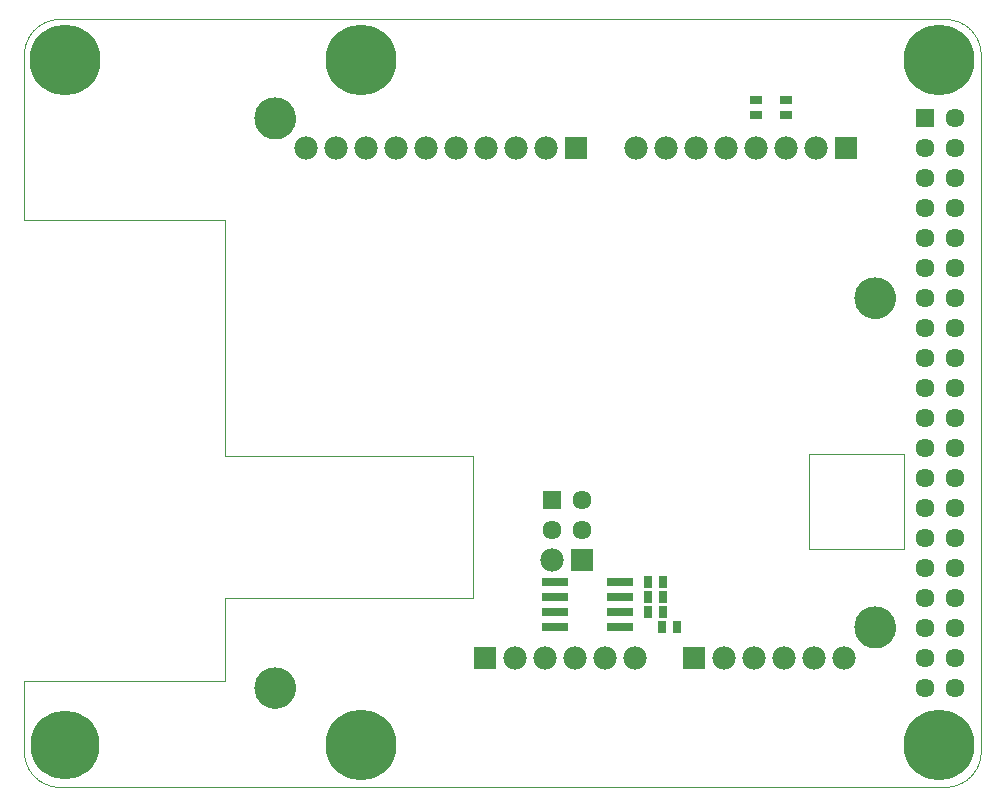
<source format=gbs>
G75*
%MOIN*%
%OFA0B0*%
%FSLAX25Y25*%
%IPPOS*%
%LPD*%
%AMOC8*
5,1,8,0,0,1.08239X$1,22.5*
%
%ADD10C,0.00000*%
%ADD11C,0.13786*%
%ADD12C,0.11030*%
%ADD13C,0.23622*%
%ADD14C,0.22956*%
%ADD15R,0.06337X0.06337*%
%ADD16C,0.06337*%
%ADD17R,0.07800X0.07800*%
%ADD18C,0.07800*%
%ADD19R,0.03900X0.02900*%
%ADD20R,0.09061X0.03156*%
%ADD21R,0.02900X0.03900*%
D10*
X0095551Y0157756D02*
X0390827Y0157756D01*
X0391112Y0157759D01*
X0391398Y0157770D01*
X0391683Y0157787D01*
X0391967Y0157811D01*
X0392251Y0157842D01*
X0392534Y0157880D01*
X0392815Y0157925D01*
X0393096Y0157976D01*
X0393376Y0158034D01*
X0393654Y0158099D01*
X0393930Y0158171D01*
X0394204Y0158249D01*
X0394477Y0158334D01*
X0394747Y0158426D01*
X0395015Y0158524D01*
X0395281Y0158628D01*
X0395544Y0158739D01*
X0395804Y0158856D01*
X0396062Y0158979D01*
X0396316Y0159109D01*
X0396567Y0159245D01*
X0396815Y0159386D01*
X0397059Y0159534D01*
X0397300Y0159687D01*
X0397536Y0159847D01*
X0397769Y0160012D01*
X0397998Y0160182D01*
X0398223Y0160358D01*
X0398443Y0160540D01*
X0398659Y0160726D01*
X0398870Y0160918D01*
X0399077Y0161115D01*
X0399279Y0161317D01*
X0399476Y0161524D01*
X0399668Y0161735D01*
X0399854Y0161951D01*
X0400036Y0162171D01*
X0400212Y0162396D01*
X0400382Y0162625D01*
X0400547Y0162858D01*
X0400707Y0163094D01*
X0400860Y0163335D01*
X0401008Y0163579D01*
X0401149Y0163827D01*
X0401285Y0164078D01*
X0401415Y0164332D01*
X0401538Y0164590D01*
X0401655Y0164850D01*
X0401766Y0165113D01*
X0401870Y0165379D01*
X0401968Y0165647D01*
X0402060Y0165917D01*
X0402145Y0166190D01*
X0402223Y0166464D01*
X0402295Y0166740D01*
X0402360Y0167018D01*
X0402418Y0167298D01*
X0402469Y0167579D01*
X0402514Y0167860D01*
X0402552Y0168143D01*
X0402583Y0168427D01*
X0402607Y0168711D01*
X0402624Y0168996D01*
X0402635Y0169282D01*
X0402638Y0169567D01*
X0402638Y0401850D01*
X0402635Y0402135D01*
X0402624Y0402421D01*
X0402607Y0402706D01*
X0402583Y0402990D01*
X0402552Y0403274D01*
X0402514Y0403557D01*
X0402469Y0403838D01*
X0402418Y0404119D01*
X0402360Y0404399D01*
X0402295Y0404677D01*
X0402223Y0404953D01*
X0402145Y0405227D01*
X0402060Y0405500D01*
X0401968Y0405770D01*
X0401870Y0406038D01*
X0401766Y0406304D01*
X0401655Y0406567D01*
X0401538Y0406827D01*
X0401415Y0407085D01*
X0401285Y0407339D01*
X0401149Y0407590D01*
X0401008Y0407838D01*
X0400860Y0408082D01*
X0400707Y0408323D01*
X0400547Y0408559D01*
X0400382Y0408792D01*
X0400212Y0409021D01*
X0400036Y0409246D01*
X0399854Y0409466D01*
X0399668Y0409682D01*
X0399476Y0409893D01*
X0399279Y0410100D01*
X0399077Y0410302D01*
X0398870Y0410499D01*
X0398659Y0410691D01*
X0398443Y0410877D01*
X0398223Y0411059D01*
X0397998Y0411235D01*
X0397769Y0411405D01*
X0397536Y0411570D01*
X0397300Y0411730D01*
X0397059Y0411883D01*
X0396815Y0412031D01*
X0396567Y0412172D01*
X0396316Y0412308D01*
X0396062Y0412438D01*
X0395804Y0412561D01*
X0395544Y0412678D01*
X0395281Y0412789D01*
X0395015Y0412893D01*
X0394747Y0412991D01*
X0394477Y0413083D01*
X0394204Y0413168D01*
X0393930Y0413246D01*
X0393654Y0413318D01*
X0393376Y0413383D01*
X0393096Y0413441D01*
X0392815Y0413492D01*
X0392534Y0413537D01*
X0392251Y0413575D01*
X0391967Y0413606D01*
X0391683Y0413630D01*
X0391398Y0413647D01*
X0391112Y0413658D01*
X0390827Y0413661D01*
X0095551Y0413661D01*
X0095266Y0413658D01*
X0094980Y0413647D01*
X0094695Y0413630D01*
X0094411Y0413606D01*
X0094127Y0413575D01*
X0093844Y0413537D01*
X0093563Y0413492D01*
X0093282Y0413441D01*
X0093002Y0413383D01*
X0092724Y0413318D01*
X0092448Y0413246D01*
X0092174Y0413168D01*
X0091901Y0413083D01*
X0091631Y0412991D01*
X0091363Y0412893D01*
X0091097Y0412789D01*
X0090834Y0412678D01*
X0090574Y0412561D01*
X0090316Y0412438D01*
X0090062Y0412308D01*
X0089811Y0412172D01*
X0089563Y0412031D01*
X0089319Y0411883D01*
X0089078Y0411730D01*
X0088842Y0411570D01*
X0088609Y0411405D01*
X0088380Y0411235D01*
X0088155Y0411059D01*
X0087935Y0410877D01*
X0087719Y0410691D01*
X0087508Y0410499D01*
X0087301Y0410302D01*
X0087099Y0410100D01*
X0086902Y0409893D01*
X0086710Y0409682D01*
X0086524Y0409466D01*
X0086342Y0409246D01*
X0086166Y0409021D01*
X0085996Y0408792D01*
X0085831Y0408559D01*
X0085671Y0408323D01*
X0085518Y0408082D01*
X0085370Y0407838D01*
X0085229Y0407590D01*
X0085093Y0407339D01*
X0084963Y0407085D01*
X0084840Y0406827D01*
X0084723Y0406567D01*
X0084612Y0406304D01*
X0084508Y0406038D01*
X0084410Y0405770D01*
X0084318Y0405500D01*
X0084233Y0405227D01*
X0084155Y0404953D01*
X0084083Y0404677D01*
X0084018Y0404399D01*
X0083960Y0404119D01*
X0083909Y0403838D01*
X0083864Y0403557D01*
X0083826Y0403274D01*
X0083795Y0402990D01*
X0083771Y0402706D01*
X0083754Y0402421D01*
X0083743Y0402135D01*
X0083740Y0401850D01*
X0083740Y0346732D01*
X0150669Y0346732D01*
X0150669Y0267992D01*
X0233346Y0267992D01*
X0233346Y0220748D01*
X0150669Y0220748D01*
X0150669Y0193189D01*
X0083740Y0193189D01*
X0083740Y0169567D01*
X0083743Y0169282D01*
X0083754Y0168996D01*
X0083771Y0168711D01*
X0083795Y0168427D01*
X0083826Y0168143D01*
X0083864Y0167860D01*
X0083909Y0167579D01*
X0083960Y0167298D01*
X0084018Y0167018D01*
X0084083Y0166740D01*
X0084155Y0166464D01*
X0084233Y0166190D01*
X0084318Y0165917D01*
X0084410Y0165647D01*
X0084508Y0165379D01*
X0084612Y0165113D01*
X0084723Y0164850D01*
X0084840Y0164590D01*
X0084963Y0164332D01*
X0085093Y0164078D01*
X0085229Y0163827D01*
X0085370Y0163579D01*
X0085518Y0163335D01*
X0085671Y0163094D01*
X0085831Y0162858D01*
X0085996Y0162625D01*
X0086166Y0162396D01*
X0086342Y0162171D01*
X0086524Y0161951D01*
X0086710Y0161735D01*
X0086902Y0161524D01*
X0087099Y0161317D01*
X0087301Y0161115D01*
X0087508Y0160918D01*
X0087719Y0160726D01*
X0087935Y0160540D01*
X0088155Y0160358D01*
X0088380Y0160182D01*
X0088609Y0160012D01*
X0088842Y0159847D01*
X0089078Y0159687D01*
X0089319Y0159534D01*
X0089563Y0159386D01*
X0089811Y0159245D01*
X0090062Y0159109D01*
X0090316Y0158979D01*
X0090574Y0158856D01*
X0090834Y0158739D01*
X0091097Y0158628D01*
X0091363Y0158524D01*
X0091631Y0158426D01*
X0091901Y0158334D01*
X0092174Y0158249D01*
X0092448Y0158171D01*
X0092724Y0158099D01*
X0093002Y0158034D01*
X0093282Y0157976D01*
X0093563Y0157925D01*
X0093844Y0157880D01*
X0094127Y0157842D01*
X0094411Y0157811D01*
X0094695Y0157787D01*
X0094980Y0157770D01*
X0095266Y0157759D01*
X0095551Y0157756D01*
X0092205Y0171535D02*
X0092207Y0171680D01*
X0092213Y0171825D01*
X0092223Y0171970D01*
X0092237Y0172115D01*
X0092255Y0172259D01*
X0092276Y0172402D01*
X0092302Y0172545D01*
X0092331Y0172687D01*
X0092365Y0172829D01*
X0092402Y0172969D01*
X0092443Y0173108D01*
X0092488Y0173246D01*
X0092537Y0173383D01*
X0092589Y0173519D01*
X0092645Y0173653D01*
X0092705Y0173785D01*
X0092768Y0173916D01*
X0092835Y0174044D01*
X0092905Y0174172D01*
X0092979Y0174297D01*
X0093056Y0174420D01*
X0093136Y0174540D01*
X0093220Y0174659D01*
X0093307Y0174775D01*
X0093397Y0174889D01*
X0093490Y0175001D01*
X0093586Y0175109D01*
X0093686Y0175215D01*
X0093787Y0175319D01*
X0093892Y0175419D01*
X0094000Y0175517D01*
X0094110Y0175612D01*
X0094222Y0175703D01*
X0094337Y0175792D01*
X0094455Y0175877D01*
X0094575Y0175959D01*
X0094697Y0176038D01*
X0094821Y0176114D01*
X0094947Y0176186D01*
X0095075Y0176254D01*
X0095205Y0176319D01*
X0095336Y0176381D01*
X0095469Y0176438D01*
X0095604Y0176493D01*
X0095740Y0176543D01*
X0095878Y0176590D01*
X0096016Y0176633D01*
X0096156Y0176672D01*
X0096297Y0176707D01*
X0096439Y0176739D01*
X0096581Y0176766D01*
X0096724Y0176790D01*
X0096868Y0176810D01*
X0097013Y0176826D01*
X0097157Y0176838D01*
X0097302Y0176846D01*
X0097447Y0176850D01*
X0097593Y0176850D01*
X0097738Y0176846D01*
X0097883Y0176838D01*
X0098027Y0176826D01*
X0098172Y0176810D01*
X0098316Y0176790D01*
X0098459Y0176766D01*
X0098601Y0176739D01*
X0098743Y0176707D01*
X0098884Y0176672D01*
X0099024Y0176633D01*
X0099162Y0176590D01*
X0099300Y0176543D01*
X0099436Y0176493D01*
X0099571Y0176438D01*
X0099704Y0176381D01*
X0099835Y0176319D01*
X0099965Y0176254D01*
X0100093Y0176186D01*
X0100219Y0176114D01*
X0100343Y0176038D01*
X0100465Y0175959D01*
X0100585Y0175877D01*
X0100703Y0175792D01*
X0100818Y0175703D01*
X0100930Y0175612D01*
X0101040Y0175517D01*
X0101148Y0175419D01*
X0101253Y0175319D01*
X0101354Y0175215D01*
X0101454Y0175109D01*
X0101550Y0175001D01*
X0101643Y0174889D01*
X0101733Y0174775D01*
X0101820Y0174659D01*
X0101904Y0174540D01*
X0101984Y0174420D01*
X0102061Y0174297D01*
X0102135Y0174172D01*
X0102205Y0174044D01*
X0102272Y0173916D01*
X0102335Y0173785D01*
X0102395Y0173653D01*
X0102451Y0173519D01*
X0102503Y0173383D01*
X0102552Y0173246D01*
X0102597Y0173108D01*
X0102638Y0172969D01*
X0102675Y0172829D01*
X0102709Y0172687D01*
X0102738Y0172545D01*
X0102764Y0172402D01*
X0102785Y0172259D01*
X0102803Y0172115D01*
X0102817Y0171970D01*
X0102827Y0171825D01*
X0102833Y0171680D01*
X0102835Y0171535D01*
X0102833Y0171390D01*
X0102827Y0171245D01*
X0102817Y0171100D01*
X0102803Y0170955D01*
X0102785Y0170811D01*
X0102764Y0170668D01*
X0102738Y0170525D01*
X0102709Y0170383D01*
X0102675Y0170241D01*
X0102638Y0170101D01*
X0102597Y0169962D01*
X0102552Y0169824D01*
X0102503Y0169687D01*
X0102451Y0169551D01*
X0102395Y0169417D01*
X0102335Y0169285D01*
X0102272Y0169154D01*
X0102205Y0169026D01*
X0102135Y0168898D01*
X0102061Y0168773D01*
X0101984Y0168650D01*
X0101904Y0168530D01*
X0101820Y0168411D01*
X0101733Y0168295D01*
X0101643Y0168181D01*
X0101550Y0168069D01*
X0101454Y0167961D01*
X0101354Y0167855D01*
X0101253Y0167751D01*
X0101148Y0167651D01*
X0101040Y0167553D01*
X0100930Y0167458D01*
X0100818Y0167367D01*
X0100703Y0167278D01*
X0100585Y0167193D01*
X0100465Y0167111D01*
X0100343Y0167032D01*
X0100219Y0166956D01*
X0100093Y0166884D01*
X0099965Y0166816D01*
X0099835Y0166751D01*
X0099704Y0166689D01*
X0099571Y0166632D01*
X0099436Y0166577D01*
X0099300Y0166527D01*
X0099162Y0166480D01*
X0099024Y0166437D01*
X0098884Y0166398D01*
X0098743Y0166363D01*
X0098601Y0166331D01*
X0098459Y0166304D01*
X0098316Y0166280D01*
X0098172Y0166260D01*
X0098027Y0166244D01*
X0097883Y0166232D01*
X0097738Y0166224D01*
X0097593Y0166220D01*
X0097447Y0166220D01*
X0097302Y0166224D01*
X0097157Y0166232D01*
X0097013Y0166244D01*
X0096868Y0166260D01*
X0096724Y0166280D01*
X0096581Y0166304D01*
X0096439Y0166331D01*
X0096297Y0166363D01*
X0096156Y0166398D01*
X0096016Y0166437D01*
X0095878Y0166480D01*
X0095740Y0166527D01*
X0095604Y0166577D01*
X0095469Y0166632D01*
X0095336Y0166689D01*
X0095205Y0166751D01*
X0095075Y0166816D01*
X0094947Y0166884D01*
X0094821Y0166956D01*
X0094697Y0167032D01*
X0094575Y0167111D01*
X0094455Y0167193D01*
X0094337Y0167278D01*
X0094222Y0167367D01*
X0094110Y0167458D01*
X0094000Y0167553D01*
X0093892Y0167651D01*
X0093787Y0167751D01*
X0093686Y0167855D01*
X0093586Y0167961D01*
X0093490Y0168069D01*
X0093397Y0168181D01*
X0093307Y0168295D01*
X0093220Y0168411D01*
X0093136Y0168530D01*
X0093056Y0168650D01*
X0092979Y0168773D01*
X0092905Y0168898D01*
X0092835Y0169026D01*
X0092768Y0169154D01*
X0092705Y0169285D01*
X0092645Y0169417D01*
X0092589Y0169551D01*
X0092537Y0169687D01*
X0092488Y0169824D01*
X0092443Y0169962D01*
X0092402Y0170101D01*
X0092365Y0170241D01*
X0092331Y0170383D01*
X0092302Y0170525D01*
X0092276Y0170668D01*
X0092255Y0170811D01*
X0092237Y0170955D01*
X0092223Y0171100D01*
X0092213Y0171245D01*
X0092207Y0171390D01*
X0092205Y0171535D01*
X0160669Y0190827D02*
X0160671Y0190991D01*
X0160677Y0191155D01*
X0160687Y0191319D01*
X0160701Y0191483D01*
X0160719Y0191646D01*
X0160741Y0191809D01*
X0160768Y0191971D01*
X0160798Y0192133D01*
X0160832Y0192293D01*
X0160870Y0192453D01*
X0160911Y0192612D01*
X0160957Y0192770D01*
X0161007Y0192926D01*
X0161060Y0193082D01*
X0161117Y0193236D01*
X0161178Y0193388D01*
X0161243Y0193539D01*
X0161312Y0193689D01*
X0161384Y0193836D01*
X0161459Y0193982D01*
X0161539Y0194126D01*
X0161621Y0194268D01*
X0161707Y0194408D01*
X0161797Y0194545D01*
X0161890Y0194681D01*
X0161986Y0194814D01*
X0162086Y0194945D01*
X0162188Y0195073D01*
X0162294Y0195199D01*
X0162403Y0195322D01*
X0162515Y0195442D01*
X0162629Y0195560D01*
X0162747Y0195674D01*
X0162867Y0195786D01*
X0162990Y0195895D01*
X0163116Y0196001D01*
X0163244Y0196103D01*
X0163375Y0196203D01*
X0163508Y0196299D01*
X0163644Y0196392D01*
X0163781Y0196482D01*
X0163921Y0196568D01*
X0164063Y0196650D01*
X0164207Y0196730D01*
X0164353Y0196805D01*
X0164500Y0196877D01*
X0164650Y0196946D01*
X0164801Y0197011D01*
X0164953Y0197072D01*
X0165107Y0197129D01*
X0165263Y0197182D01*
X0165419Y0197232D01*
X0165577Y0197278D01*
X0165736Y0197319D01*
X0165896Y0197357D01*
X0166056Y0197391D01*
X0166218Y0197421D01*
X0166380Y0197448D01*
X0166543Y0197470D01*
X0166706Y0197488D01*
X0166870Y0197502D01*
X0167034Y0197512D01*
X0167198Y0197518D01*
X0167362Y0197520D01*
X0167526Y0197518D01*
X0167690Y0197512D01*
X0167854Y0197502D01*
X0168018Y0197488D01*
X0168181Y0197470D01*
X0168344Y0197448D01*
X0168506Y0197421D01*
X0168668Y0197391D01*
X0168828Y0197357D01*
X0168988Y0197319D01*
X0169147Y0197278D01*
X0169305Y0197232D01*
X0169461Y0197182D01*
X0169617Y0197129D01*
X0169771Y0197072D01*
X0169923Y0197011D01*
X0170074Y0196946D01*
X0170224Y0196877D01*
X0170371Y0196805D01*
X0170517Y0196730D01*
X0170661Y0196650D01*
X0170803Y0196568D01*
X0170943Y0196482D01*
X0171080Y0196392D01*
X0171216Y0196299D01*
X0171349Y0196203D01*
X0171480Y0196103D01*
X0171608Y0196001D01*
X0171734Y0195895D01*
X0171857Y0195786D01*
X0171977Y0195674D01*
X0172095Y0195560D01*
X0172209Y0195442D01*
X0172321Y0195322D01*
X0172430Y0195199D01*
X0172536Y0195073D01*
X0172638Y0194945D01*
X0172738Y0194814D01*
X0172834Y0194681D01*
X0172927Y0194545D01*
X0173017Y0194408D01*
X0173103Y0194268D01*
X0173185Y0194126D01*
X0173265Y0193982D01*
X0173340Y0193836D01*
X0173412Y0193689D01*
X0173481Y0193539D01*
X0173546Y0193388D01*
X0173607Y0193236D01*
X0173664Y0193082D01*
X0173717Y0192926D01*
X0173767Y0192770D01*
X0173813Y0192612D01*
X0173854Y0192453D01*
X0173892Y0192293D01*
X0173926Y0192133D01*
X0173956Y0191971D01*
X0173983Y0191809D01*
X0174005Y0191646D01*
X0174023Y0191483D01*
X0174037Y0191319D01*
X0174047Y0191155D01*
X0174053Y0190991D01*
X0174055Y0190827D01*
X0174053Y0190663D01*
X0174047Y0190499D01*
X0174037Y0190335D01*
X0174023Y0190171D01*
X0174005Y0190008D01*
X0173983Y0189845D01*
X0173956Y0189683D01*
X0173926Y0189521D01*
X0173892Y0189361D01*
X0173854Y0189201D01*
X0173813Y0189042D01*
X0173767Y0188884D01*
X0173717Y0188728D01*
X0173664Y0188572D01*
X0173607Y0188418D01*
X0173546Y0188266D01*
X0173481Y0188115D01*
X0173412Y0187965D01*
X0173340Y0187818D01*
X0173265Y0187672D01*
X0173185Y0187528D01*
X0173103Y0187386D01*
X0173017Y0187246D01*
X0172927Y0187109D01*
X0172834Y0186973D01*
X0172738Y0186840D01*
X0172638Y0186709D01*
X0172536Y0186581D01*
X0172430Y0186455D01*
X0172321Y0186332D01*
X0172209Y0186212D01*
X0172095Y0186094D01*
X0171977Y0185980D01*
X0171857Y0185868D01*
X0171734Y0185759D01*
X0171608Y0185653D01*
X0171480Y0185551D01*
X0171349Y0185451D01*
X0171216Y0185355D01*
X0171080Y0185262D01*
X0170943Y0185172D01*
X0170803Y0185086D01*
X0170661Y0185004D01*
X0170517Y0184924D01*
X0170371Y0184849D01*
X0170224Y0184777D01*
X0170074Y0184708D01*
X0169923Y0184643D01*
X0169771Y0184582D01*
X0169617Y0184525D01*
X0169461Y0184472D01*
X0169305Y0184422D01*
X0169147Y0184376D01*
X0168988Y0184335D01*
X0168828Y0184297D01*
X0168668Y0184263D01*
X0168506Y0184233D01*
X0168344Y0184206D01*
X0168181Y0184184D01*
X0168018Y0184166D01*
X0167854Y0184152D01*
X0167690Y0184142D01*
X0167526Y0184136D01*
X0167362Y0184134D01*
X0167198Y0184136D01*
X0167034Y0184142D01*
X0166870Y0184152D01*
X0166706Y0184166D01*
X0166543Y0184184D01*
X0166380Y0184206D01*
X0166218Y0184233D01*
X0166056Y0184263D01*
X0165896Y0184297D01*
X0165736Y0184335D01*
X0165577Y0184376D01*
X0165419Y0184422D01*
X0165263Y0184472D01*
X0165107Y0184525D01*
X0164953Y0184582D01*
X0164801Y0184643D01*
X0164650Y0184708D01*
X0164500Y0184777D01*
X0164353Y0184849D01*
X0164207Y0184924D01*
X0164063Y0185004D01*
X0163921Y0185086D01*
X0163781Y0185172D01*
X0163644Y0185262D01*
X0163508Y0185355D01*
X0163375Y0185451D01*
X0163244Y0185551D01*
X0163116Y0185653D01*
X0162990Y0185759D01*
X0162867Y0185868D01*
X0162747Y0185980D01*
X0162629Y0186094D01*
X0162515Y0186212D01*
X0162403Y0186332D01*
X0162294Y0186455D01*
X0162188Y0186581D01*
X0162086Y0186709D01*
X0161986Y0186840D01*
X0161890Y0186973D01*
X0161797Y0187109D01*
X0161707Y0187246D01*
X0161621Y0187386D01*
X0161539Y0187528D01*
X0161459Y0187672D01*
X0161384Y0187818D01*
X0161312Y0187965D01*
X0161243Y0188115D01*
X0161178Y0188266D01*
X0161117Y0188418D01*
X0161060Y0188572D01*
X0161007Y0188728D01*
X0160957Y0188884D01*
X0160911Y0189042D01*
X0160870Y0189201D01*
X0160832Y0189361D01*
X0160798Y0189521D01*
X0160768Y0189683D01*
X0160741Y0189845D01*
X0160719Y0190008D01*
X0160701Y0190171D01*
X0160687Y0190335D01*
X0160677Y0190499D01*
X0160671Y0190663D01*
X0160669Y0190827D01*
X0190630Y0171535D02*
X0190632Y0171680D01*
X0190638Y0171825D01*
X0190648Y0171970D01*
X0190662Y0172115D01*
X0190680Y0172259D01*
X0190701Y0172402D01*
X0190727Y0172545D01*
X0190756Y0172687D01*
X0190790Y0172829D01*
X0190827Y0172969D01*
X0190868Y0173108D01*
X0190913Y0173246D01*
X0190962Y0173383D01*
X0191014Y0173519D01*
X0191070Y0173653D01*
X0191130Y0173785D01*
X0191193Y0173916D01*
X0191260Y0174044D01*
X0191330Y0174172D01*
X0191404Y0174297D01*
X0191481Y0174420D01*
X0191561Y0174540D01*
X0191645Y0174659D01*
X0191732Y0174775D01*
X0191822Y0174889D01*
X0191915Y0175001D01*
X0192011Y0175109D01*
X0192111Y0175215D01*
X0192212Y0175319D01*
X0192317Y0175419D01*
X0192425Y0175517D01*
X0192535Y0175612D01*
X0192647Y0175703D01*
X0192762Y0175792D01*
X0192880Y0175877D01*
X0193000Y0175959D01*
X0193122Y0176038D01*
X0193246Y0176114D01*
X0193372Y0176186D01*
X0193500Y0176254D01*
X0193630Y0176319D01*
X0193761Y0176381D01*
X0193894Y0176438D01*
X0194029Y0176493D01*
X0194165Y0176543D01*
X0194303Y0176590D01*
X0194441Y0176633D01*
X0194581Y0176672D01*
X0194722Y0176707D01*
X0194864Y0176739D01*
X0195006Y0176766D01*
X0195149Y0176790D01*
X0195293Y0176810D01*
X0195438Y0176826D01*
X0195582Y0176838D01*
X0195727Y0176846D01*
X0195872Y0176850D01*
X0196018Y0176850D01*
X0196163Y0176846D01*
X0196308Y0176838D01*
X0196452Y0176826D01*
X0196597Y0176810D01*
X0196741Y0176790D01*
X0196884Y0176766D01*
X0197026Y0176739D01*
X0197168Y0176707D01*
X0197309Y0176672D01*
X0197449Y0176633D01*
X0197587Y0176590D01*
X0197725Y0176543D01*
X0197861Y0176493D01*
X0197996Y0176438D01*
X0198129Y0176381D01*
X0198260Y0176319D01*
X0198390Y0176254D01*
X0198518Y0176186D01*
X0198644Y0176114D01*
X0198768Y0176038D01*
X0198890Y0175959D01*
X0199010Y0175877D01*
X0199128Y0175792D01*
X0199243Y0175703D01*
X0199355Y0175612D01*
X0199465Y0175517D01*
X0199573Y0175419D01*
X0199678Y0175319D01*
X0199779Y0175215D01*
X0199879Y0175109D01*
X0199975Y0175001D01*
X0200068Y0174889D01*
X0200158Y0174775D01*
X0200245Y0174659D01*
X0200329Y0174540D01*
X0200409Y0174420D01*
X0200486Y0174297D01*
X0200560Y0174172D01*
X0200630Y0174044D01*
X0200697Y0173916D01*
X0200760Y0173785D01*
X0200820Y0173653D01*
X0200876Y0173519D01*
X0200928Y0173383D01*
X0200977Y0173246D01*
X0201022Y0173108D01*
X0201063Y0172969D01*
X0201100Y0172829D01*
X0201134Y0172687D01*
X0201163Y0172545D01*
X0201189Y0172402D01*
X0201210Y0172259D01*
X0201228Y0172115D01*
X0201242Y0171970D01*
X0201252Y0171825D01*
X0201258Y0171680D01*
X0201260Y0171535D01*
X0201258Y0171390D01*
X0201252Y0171245D01*
X0201242Y0171100D01*
X0201228Y0170955D01*
X0201210Y0170811D01*
X0201189Y0170668D01*
X0201163Y0170525D01*
X0201134Y0170383D01*
X0201100Y0170241D01*
X0201063Y0170101D01*
X0201022Y0169962D01*
X0200977Y0169824D01*
X0200928Y0169687D01*
X0200876Y0169551D01*
X0200820Y0169417D01*
X0200760Y0169285D01*
X0200697Y0169154D01*
X0200630Y0169026D01*
X0200560Y0168898D01*
X0200486Y0168773D01*
X0200409Y0168650D01*
X0200329Y0168530D01*
X0200245Y0168411D01*
X0200158Y0168295D01*
X0200068Y0168181D01*
X0199975Y0168069D01*
X0199879Y0167961D01*
X0199779Y0167855D01*
X0199678Y0167751D01*
X0199573Y0167651D01*
X0199465Y0167553D01*
X0199355Y0167458D01*
X0199243Y0167367D01*
X0199128Y0167278D01*
X0199010Y0167193D01*
X0198890Y0167111D01*
X0198768Y0167032D01*
X0198644Y0166956D01*
X0198518Y0166884D01*
X0198390Y0166816D01*
X0198260Y0166751D01*
X0198129Y0166689D01*
X0197996Y0166632D01*
X0197861Y0166577D01*
X0197725Y0166527D01*
X0197587Y0166480D01*
X0197449Y0166437D01*
X0197309Y0166398D01*
X0197168Y0166363D01*
X0197026Y0166331D01*
X0196884Y0166304D01*
X0196741Y0166280D01*
X0196597Y0166260D01*
X0196452Y0166244D01*
X0196308Y0166232D01*
X0196163Y0166224D01*
X0196018Y0166220D01*
X0195872Y0166220D01*
X0195727Y0166224D01*
X0195582Y0166232D01*
X0195438Y0166244D01*
X0195293Y0166260D01*
X0195149Y0166280D01*
X0195006Y0166304D01*
X0194864Y0166331D01*
X0194722Y0166363D01*
X0194581Y0166398D01*
X0194441Y0166437D01*
X0194303Y0166480D01*
X0194165Y0166527D01*
X0194029Y0166577D01*
X0193894Y0166632D01*
X0193761Y0166689D01*
X0193630Y0166751D01*
X0193500Y0166816D01*
X0193372Y0166884D01*
X0193246Y0166956D01*
X0193122Y0167032D01*
X0193000Y0167111D01*
X0192880Y0167193D01*
X0192762Y0167278D01*
X0192647Y0167367D01*
X0192535Y0167458D01*
X0192425Y0167553D01*
X0192317Y0167651D01*
X0192212Y0167751D01*
X0192111Y0167855D01*
X0192011Y0167961D01*
X0191915Y0168069D01*
X0191822Y0168181D01*
X0191732Y0168295D01*
X0191645Y0168411D01*
X0191561Y0168530D01*
X0191481Y0168650D01*
X0191404Y0168773D01*
X0191330Y0168898D01*
X0191260Y0169026D01*
X0191193Y0169154D01*
X0191130Y0169285D01*
X0191070Y0169417D01*
X0191014Y0169551D01*
X0190962Y0169687D01*
X0190913Y0169824D01*
X0190868Y0169962D01*
X0190827Y0170101D01*
X0190790Y0170241D01*
X0190756Y0170383D01*
X0190727Y0170525D01*
X0190701Y0170668D01*
X0190680Y0170811D01*
X0190662Y0170955D01*
X0190648Y0171100D01*
X0190638Y0171245D01*
X0190632Y0171390D01*
X0190630Y0171535D01*
X0345551Y0237087D02*
X0345551Y0268583D01*
X0377047Y0268583D01*
X0377047Y0237087D01*
X0345551Y0237087D01*
X0360669Y0210906D02*
X0360671Y0211070D01*
X0360677Y0211234D01*
X0360687Y0211398D01*
X0360701Y0211562D01*
X0360719Y0211725D01*
X0360741Y0211888D01*
X0360768Y0212050D01*
X0360798Y0212212D01*
X0360832Y0212372D01*
X0360870Y0212532D01*
X0360911Y0212691D01*
X0360957Y0212849D01*
X0361007Y0213005D01*
X0361060Y0213161D01*
X0361117Y0213315D01*
X0361178Y0213467D01*
X0361243Y0213618D01*
X0361312Y0213768D01*
X0361384Y0213915D01*
X0361459Y0214061D01*
X0361539Y0214205D01*
X0361621Y0214347D01*
X0361707Y0214487D01*
X0361797Y0214624D01*
X0361890Y0214760D01*
X0361986Y0214893D01*
X0362086Y0215024D01*
X0362188Y0215152D01*
X0362294Y0215278D01*
X0362403Y0215401D01*
X0362515Y0215521D01*
X0362629Y0215639D01*
X0362747Y0215753D01*
X0362867Y0215865D01*
X0362990Y0215974D01*
X0363116Y0216080D01*
X0363244Y0216182D01*
X0363375Y0216282D01*
X0363508Y0216378D01*
X0363644Y0216471D01*
X0363781Y0216561D01*
X0363921Y0216647D01*
X0364063Y0216729D01*
X0364207Y0216809D01*
X0364353Y0216884D01*
X0364500Y0216956D01*
X0364650Y0217025D01*
X0364801Y0217090D01*
X0364953Y0217151D01*
X0365107Y0217208D01*
X0365263Y0217261D01*
X0365419Y0217311D01*
X0365577Y0217357D01*
X0365736Y0217398D01*
X0365896Y0217436D01*
X0366056Y0217470D01*
X0366218Y0217500D01*
X0366380Y0217527D01*
X0366543Y0217549D01*
X0366706Y0217567D01*
X0366870Y0217581D01*
X0367034Y0217591D01*
X0367198Y0217597D01*
X0367362Y0217599D01*
X0367526Y0217597D01*
X0367690Y0217591D01*
X0367854Y0217581D01*
X0368018Y0217567D01*
X0368181Y0217549D01*
X0368344Y0217527D01*
X0368506Y0217500D01*
X0368668Y0217470D01*
X0368828Y0217436D01*
X0368988Y0217398D01*
X0369147Y0217357D01*
X0369305Y0217311D01*
X0369461Y0217261D01*
X0369617Y0217208D01*
X0369771Y0217151D01*
X0369923Y0217090D01*
X0370074Y0217025D01*
X0370224Y0216956D01*
X0370371Y0216884D01*
X0370517Y0216809D01*
X0370661Y0216729D01*
X0370803Y0216647D01*
X0370943Y0216561D01*
X0371080Y0216471D01*
X0371216Y0216378D01*
X0371349Y0216282D01*
X0371480Y0216182D01*
X0371608Y0216080D01*
X0371734Y0215974D01*
X0371857Y0215865D01*
X0371977Y0215753D01*
X0372095Y0215639D01*
X0372209Y0215521D01*
X0372321Y0215401D01*
X0372430Y0215278D01*
X0372536Y0215152D01*
X0372638Y0215024D01*
X0372738Y0214893D01*
X0372834Y0214760D01*
X0372927Y0214624D01*
X0373017Y0214487D01*
X0373103Y0214347D01*
X0373185Y0214205D01*
X0373265Y0214061D01*
X0373340Y0213915D01*
X0373412Y0213768D01*
X0373481Y0213618D01*
X0373546Y0213467D01*
X0373607Y0213315D01*
X0373664Y0213161D01*
X0373717Y0213005D01*
X0373767Y0212849D01*
X0373813Y0212691D01*
X0373854Y0212532D01*
X0373892Y0212372D01*
X0373926Y0212212D01*
X0373956Y0212050D01*
X0373983Y0211888D01*
X0374005Y0211725D01*
X0374023Y0211562D01*
X0374037Y0211398D01*
X0374047Y0211234D01*
X0374053Y0211070D01*
X0374055Y0210906D01*
X0374053Y0210742D01*
X0374047Y0210578D01*
X0374037Y0210414D01*
X0374023Y0210250D01*
X0374005Y0210087D01*
X0373983Y0209924D01*
X0373956Y0209762D01*
X0373926Y0209600D01*
X0373892Y0209440D01*
X0373854Y0209280D01*
X0373813Y0209121D01*
X0373767Y0208963D01*
X0373717Y0208807D01*
X0373664Y0208651D01*
X0373607Y0208497D01*
X0373546Y0208345D01*
X0373481Y0208194D01*
X0373412Y0208044D01*
X0373340Y0207897D01*
X0373265Y0207751D01*
X0373185Y0207607D01*
X0373103Y0207465D01*
X0373017Y0207325D01*
X0372927Y0207188D01*
X0372834Y0207052D01*
X0372738Y0206919D01*
X0372638Y0206788D01*
X0372536Y0206660D01*
X0372430Y0206534D01*
X0372321Y0206411D01*
X0372209Y0206291D01*
X0372095Y0206173D01*
X0371977Y0206059D01*
X0371857Y0205947D01*
X0371734Y0205838D01*
X0371608Y0205732D01*
X0371480Y0205630D01*
X0371349Y0205530D01*
X0371216Y0205434D01*
X0371080Y0205341D01*
X0370943Y0205251D01*
X0370803Y0205165D01*
X0370661Y0205083D01*
X0370517Y0205003D01*
X0370371Y0204928D01*
X0370224Y0204856D01*
X0370074Y0204787D01*
X0369923Y0204722D01*
X0369771Y0204661D01*
X0369617Y0204604D01*
X0369461Y0204551D01*
X0369305Y0204501D01*
X0369147Y0204455D01*
X0368988Y0204414D01*
X0368828Y0204376D01*
X0368668Y0204342D01*
X0368506Y0204312D01*
X0368344Y0204285D01*
X0368181Y0204263D01*
X0368018Y0204245D01*
X0367854Y0204231D01*
X0367690Y0204221D01*
X0367526Y0204215D01*
X0367362Y0204213D01*
X0367198Y0204215D01*
X0367034Y0204221D01*
X0366870Y0204231D01*
X0366706Y0204245D01*
X0366543Y0204263D01*
X0366380Y0204285D01*
X0366218Y0204312D01*
X0366056Y0204342D01*
X0365896Y0204376D01*
X0365736Y0204414D01*
X0365577Y0204455D01*
X0365419Y0204501D01*
X0365263Y0204551D01*
X0365107Y0204604D01*
X0364953Y0204661D01*
X0364801Y0204722D01*
X0364650Y0204787D01*
X0364500Y0204856D01*
X0364353Y0204928D01*
X0364207Y0205003D01*
X0364063Y0205083D01*
X0363921Y0205165D01*
X0363781Y0205251D01*
X0363644Y0205341D01*
X0363508Y0205434D01*
X0363375Y0205530D01*
X0363244Y0205630D01*
X0363116Y0205732D01*
X0362990Y0205838D01*
X0362867Y0205947D01*
X0362747Y0206059D01*
X0362629Y0206173D01*
X0362515Y0206291D01*
X0362403Y0206411D01*
X0362294Y0206534D01*
X0362188Y0206660D01*
X0362086Y0206788D01*
X0361986Y0206919D01*
X0361890Y0207052D01*
X0361797Y0207188D01*
X0361707Y0207325D01*
X0361621Y0207465D01*
X0361539Y0207607D01*
X0361459Y0207751D01*
X0361384Y0207897D01*
X0361312Y0208044D01*
X0361243Y0208194D01*
X0361178Y0208345D01*
X0361117Y0208497D01*
X0361060Y0208651D01*
X0361007Y0208807D01*
X0360957Y0208963D01*
X0360911Y0209121D01*
X0360870Y0209280D01*
X0360832Y0209440D01*
X0360798Y0209600D01*
X0360768Y0209762D01*
X0360741Y0209924D01*
X0360719Y0210087D01*
X0360701Y0210250D01*
X0360687Y0210414D01*
X0360677Y0210578D01*
X0360671Y0210742D01*
X0360669Y0210906D01*
X0383543Y0171535D02*
X0383545Y0171680D01*
X0383551Y0171825D01*
X0383561Y0171970D01*
X0383575Y0172115D01*
X0383593Y0172259D01*
X0383614Y0172402D01*
X0383640Y0172545D01*
X0383669Y0172687D01*
X0383703Y0172829D01*
X0383740Y0172969D01*
X0383781Y0173108D01*
X0383826Y0173246D01*
X0383875Y0173383D01*
X0383927Y0173519D01*
X0383983Y0173653D01*
X0384043Y0173785D01*
X0384106Y0173916D01*
X0384173Y0174044D01*
X0384243Y0174172D01*
X0384317Y0174297D01*
X0384394Y0174420D01*
X0384474Y0174540D01*
X0384558Y0174659D01*
X0384645Y0174775D01*
X0384735Y0174889D01*
X0384828Y0175001D01*
X0384924Y0175109D01*
X0385024Y0175215D01*
X0385125Y0175319D01*
X0385230Y0175419D01*
X0385338Y0175517D01*
X0385448Y0175612D01*
X0385560Y0175703D01*
X0385675Y0175792D01*
X0385793Y0175877D01*
X0385913Y0175959D01*
X0386035Y0176038D01*
X0386159Y0176114D01*
X0386285Y0176186D01*
X0386413Y0176254D01*
X0386543Y0176319D01*
X0386674Y0176381D01*
X0386807Y0176438D01*
X0386942Y0176493D01*
X0387078Y0176543D01*
X0387216Y0176590D01*
X0387354Y0176633D01*
X0387494Y0176672D01*
X0387635Y0176707D01*
X0387777Y0176739D01*
X0387919Y0176766D01*
X0388062Y0176790D01*
X0388206Y0176810D01*
X0388351Y0176826D01*
X0388495Y0176838D01*
X0388640Y0176846D01*
X0388785Y0176850D01*
X0388931Y0176850D01*
X0389076Y0176846D01*
X0389221Y0176838D01*
X0389365Y0176826D01*
X0389510Y0176810D01*
X0389654Y0176790D01*
X0389797Y0176766D01*
X0389939Y0176739D01*
X0390081Y0176707D01*
X0390222Y0176672D01*
X0390362Y0176633D01*
X0390500Y0176590D01*
X0390638Y0176543D01*
X0390774Y0176493D01*
X0390909Y0176438D01*
X0391042Y0176381D01*
X0391173Y0176319D01*
X0391303Y0176254D01*
X0391431Y0176186D01*
X0391557Y0176114D01*
X0391681Y0176038D01*
X0391803Y0175959D01*
X0391923Y0175877D01*
X0392041Y0175792D01*
X0392156Y0175703D01*
X0392268Y0175612D01*
X0392378Y0175517D01*
X0392486Y0175419D01*
X0392591Y0175319D01*
X0392692Y0175215D01*
X0392792Y0175109D01*
X0392888Y0175001D01*
X0392981Y0174889D01*
X0393071Y0174775D01*
X0393158Y0174659D01*
X0393242Y0174540D01*
X0393322Y0174420D01*
X0393399Y0174297D01*
X0393473Y0174172D01*
X0393543Y0174044D01*
X0393610Y0173916D01*
X0393673Y0173785D01*
X0393733Y0173653D01*
X0393789Y0173519D01*
X0393841Y0173383D01*
X0393890Y0173246D01*
X0393935Y0173108D01*
X0393976Y0172969D01*
X0394013Y0172829D01*
X0394047Y0172687D01*
X0394076Y0172545D01*
X0394102Y0172402D01*
X0394123Y0172259D01*
X0394141Y0172115D01*
X0394155Y0171970D01*
X0394165Y0171825D01*
X0394171Y0171680D01*
X0394173Y0171535D01*
X0394171Y0171390D01*
X0394165Y0171245D01*
X0394155Y0171100D01*
X0394141Y0170955D01*
X0394123Y0170811D01*
X0394102Y0170668D01*
X0394076Y0170525D01*
X0394047Y0170383D01*
X0394013Y0170241D01*
X0393976Y0170101D01*
X0393935Y0169962D01*
X0393890Y0169824D01*
X0393841Y0169687D01*
X0393789Y0169551D01*
X0393733Y0169417D01*
X0393673Y0169285D01*
X0393610Y0169154D01*
X0393543Y0169026D01*
X0393473Y0168898D01*
X0393399Y0168773D01*
X0393322Y0168650D01*
X0393242Y0168530D01*
X0393158Y0168411D01*
X0393071Y0168295D01*
X0392981Y0168181D01*
X0392888Y0168069D01*
X0392792Y0167961D01*
X0392692Y0167855D01*
X0392591Y0167751D01*
X0392486Y0167651D01*
X0392378Y0167553D01*
X0392268Y0167458D01*
X0392156Y0167367D01*
X0392041Y0167278D01*
X0391923Y0167193D01*
X0391803Y0167111D01*
X0391681Y0167032D01*
X0391557Y0166956D01*
X0391431Y0166884D01*
X0391303Y0166816D01*
X0391173Y0166751D01*
X0391042Y0166689D01*
X0390909Y0166632D01*
X0390774Y0166577D01*
X0390638Y0166527D01*
X0390500Y0166480D01*
X0390362Y0166437D01*
X0390222Y0166398D01*
X0390081Y0166363D01*
X0389939Y0166331D01*
X0389797Y0166304D01*
X0389654Y0166280D01*
X0389510Y0166260D01*
X0389365Y0166244D01*
X0389221Y0166232D01*
X0389076Y0166224D01*
X0388931Y0166220D01*
X0388785Y0166220D01*
X0388640Y0166224D01*
X0388495Y0166232D01*
X0388351Y0166244D01*
X0388206Y0166260D01*
X0388062Y0166280D01*
X0387919Y0166304D01*
X0387777Y0166331D01*
X0387635Y0166363D01*
X0387494Y0166398D01*
X0387354Y0166437D01*
X0387216Y0166480D01*
X0387078Y0166527D01*
X0386942Y0166577D01*
X0386807Y0166632D01*
X0386674Y0166689D01*
X0386543Y0166751D01*
X0386413Y0166816D01*
X0386285Y0166884D01*
X0386159Y0166956D01*
X0386035Y0167032D01*
X0385913Y0167111D01*
X0385793Y0167193D01*
X0385675Y0167278D01*
X0385560Y0167367D01*
X0385448Y0167458D01*
X0385338Y0167553D01*
X0385230Y0167651D01*
X0385125Y0167751D01*
X0385024Y0167855D01*
X0384924Y0167961D01*
X0384828Y0168069D01*
X0384735Y0168181D01*
X0384645Y0168295D01*
X0384558Y0168411D01*
X0384474Y0168530D01*
X0384394Y0168650D01*
X0384317Y0168773D01*
X0384243Y0168898D01*
X0384173Y0169026D01*
X0384106Y0169154D01*
X0384043Y0169285D01*
X0383983Y0169417D01*
X0383927Y0169551D01*
X0383875Y0169687D01*
X0383826Y0169824D01*
X0383781Y0169962D01*
X0383740Y0170101D01*
X0383703Y0170241D01*
X0383669Y0170383D01*
X0383640Y0170525D01*
X0383614Y0170668D01*
X0383593Y0170811D01*
X0383575Y0170955D01*
X0383561Y0171100D01*
X0383551Y0171245D01*
X0383545Y0171390D01*
X0383543Y0171535D01*
X0360669Y0320748D02*
X0360671Y0320912D01*
X0360677Y0321076D01*
X0360687Y0321240D01*
X0360701Y0321404D01*
X0360719Y0321567D01*
X0360741Y0321730D01*
X0360768Y0321892D01*
X0360798Y0322054D01*
X0360832Y0322214D01*
X0360870Y0322374D01*
X0360911Y0322533D01*
X0360957Y0322691D01*
X0361007Y0322847D01*
X0361060Y0323003D01*
X0361117Y0323157D01*
X0361178Y0323309D01*
X0361243Y0323460D01*
X0361312Y0323610D01*
X0361384Y0323757D01*
X0361459Y0323903D01*
X0361539Y0324047D01*
X0361621Y0324189D01*
X0361707Y0324329D01*
X0361797Y0324466D01*
X0361890Y0324602D01*
X0361986Y0324735D01*
X0362086Y0324866D01*
X0362188Y0324994D01*
X0362294Y0325120D01*
X0362403Y0325243D01*
X0362515Y0325363D01*
X0362629Y0325481D01*
X0362747Y0325595D01*
X0362867Y0325707D01*
X0362990Y0325816D01*
X0363116Y0325922D01*
X0363244Y0326024D01*
X0363375Y0326124D01*
X0363508Y0326220D01*
X0363644Y0326313D01*
X0363781Y0326403D01*
X0363921Y0326489D01*
X0364063Y0326571D01*
X0364207Y0326651D01*
X0364353Y0326726D01*
X0364500Y0326798D01*
X0364650Y0326867D01*
X0364801Y0326932D01*
X0364953Y0326993D01*
X0365107Y0327050D01*
X0365263Y0327103D01*
X0365419Y0327153D01*
X0365577Y0327199D01*
X0365736Y0327240D01*
X0365896Y0327278D01*
X0366056Y0327312D01*
X0366218Y0327342D01*
X0366380Y0327369D01*
X0366543Y0327391D01*
X0366706Y0327409D01*
X0366870Y0327423D01*
X0367034Y0327433D01*
X0367198Y0327439D01*
X0367362Y0327441D01*
X0367526Y0327439D01*
X0367690Y0327433D01*
X0367854Y0327423D01*
X0368018Y0327409D01*
X0368181Y0327391D01*
X0368344Y0327369D01*
X0368506Y0327342D01*
X0368668Y0327312D01*
X0368828Y0327278D01*
X0368988Y0327240D01*
X0369147Y0327199D01*
X0369305Y0327153D01*
X0369461Y0327103D01*
X0369617Y0327050D01*
X0369771Y0326993D01*
X0369923Y0326932D01*
X0370074Y0326867D01*
X0370224Y0326798D01*
X0370371Y0326726D01*
X0370517Y0326651D01*
X0370661Y0326571D01*
X0370803Y0326489D01*
X0370943Y0326403D01*
X0371080Y0326313D01*
X0371216Y0326220D01*
X0371349Y0326124D01*
X0371480Y0326024D01*
X0371608Y0325922D01*
X0371734Y0325816D01*
X0371857Y0325707D01*
X0371977Y0325595D01*
X0372095Y0325481D01*
X0372209Y0325363D01*
X0372321Y0325243D01*
X0372430Y0325120D01*
X0372536Y0324994D01*
X0372638Y0324866D01*
X0372738Y0324735D01*
X0372834Y0324602D01*
X0372927Y0324466D01*
X0373017Y0324329D01*
X0373103Y0324189D01*
X0373185Y0324047D01*
X0373265Y0323903D01*
X0373340Y0323757D01*
X0373412Y0323610D01*
X0373481Y0323460D01*
X0373546Y0323309D01*
X0373607Y0323157D01*
X0373664Y0323003D01*
X0373717Y0322847D01*
X0373767Y0322691D01*
X0373813Y0322533D01*
X0373854Y0322374D01*
X0373892Y0322214D01*
X0373926Y0322054D01*
X0373956Y0321892D01*
X0373983Y0321730D01*
X0374005Y0321567D01*
X0374023Y0321404D01*
X0374037Y0321240D01*
X0374047Y0321076D01*
X0374053Y0320912D01*
X0374055Y0320748D01*
X0374053Y0320584D01*
X0374047Y0320420D01*
X0374037Y0320256D01*
X0374023Y0320092D01*
X0374005Y0319929D01*
X0373983Y0319766D01*
X0373956Y0319604D01*
X0373926Y0319442D01*
X0373892Y0319282D01*
X0373854Y0319122D01*
X0373813Y0318963D01*
X0373767Y0318805D01*
X0373717Y0318649D01*
X0373664Y0318493D01*
X0373607Y0318339D01*
X0373546Y0318187D01*
X0373481Y0318036D01*
X0373412Y0317886D01*
X0373340Y0317739D01*
X0373265Y0317593D01*
X0373185Y0317449D01*
X0373103Y0317307D01*
X0373017Y0317167D01*
X0372927Y0317030D01*
X0372834Y0316894D01*
X0372738Y0316761D01*
X0372638Y0316630D01*
X0372536Y0316502D01*
X0372430Y0316376D01*
X0372321Y0316253D01*
X0372209Y0316133D01*
X0372095Y0316015D01*
X0371977Y0315901D01*
X0371857Y0315789D01*
X0371734Y0315680D01*
X0371608Y0315574D01*
X0371480Y0315472D01*
X0371349Y0315372D01*
X0371216Y0315276D01*
X0371080Y0315183D01*
X0370943Y0315093D01*
X0370803Y0315007D01*
X0370661Y0314925D01*
X0370517Y0314845D01*
X0370371Y0314770D01*
X0370224Y0314698D01*
X0370074Y0314629D01*
X0369923Y0314564D01*
X0369771Y0314503D01*
X0369617Y0314446D01*
X0369461Y0314393D01*
X0369305Y0314343D01*
X0369147Y0314297D01*
X0368988Y0314256D01*
X0368828Y0314218D01*
X0368668Y0314184D01*
X0368506Y0314154D01*
X0368344Y0314127D01*
X0368181Y0314105D01*
X0368018Y0314087D01*
X0367854Y0314073D01*
X0367690Y0314063D01*
X0367526Y0314057D01*
X0367362Y0314055D01*
X0367198Y0314057D01*
X0367034Y0314063D01*
X0366870Y0314073D01*
X0366706Y0314087D01*
X0366543Y0314105D01*
X0366380Y0314127D01*
X0366218Y0314154D01*
X0366056Y0314184D01*
X0365896Y0314218D01*
X0365736Y0314256D01*
X0365577Y0314297D01*
X0365419Y0314343D01*
X0365263Y0314393D01*
X0365107Y0314446D01*
X0364953Y0314503D01*
X0364801Y0314564D01*
X0364650Y0314629D01*
X0364500Y0314698D01*
X0364353Y0314770D01*
X0364207Y0314845D01*
X0364063Y0314925D01*
X0363921Y0315007D01*
X0363781Y0315093D01*
X0363644Y0315183D01*
X0363508Y0315276D01*
X0363375Y0315372D01*
X0363244Y0315472D01*
X0363116Y0315574D01*
X0362990Y0315680D01*
X0362867Y0315789D01*
X0362747Y0315901D01*
X0362629Y0316015D01*
X0362515Y0316133D01*
X0362403Y0316253D01*
X0362294Y0316376D01*
X0362188Y0316502D01*
X0362086Y0316630D01*
X0361986Y0316761D01*
X0361890Y0316894D01*
X0361797Y0317030D01*
X0361707Y0317167D01*
X0361621Y0317307D01*
X0361539Y0317449D01*
X0361459Y0317593D01*
X0361384Y0317739D01*
X0361312Y0317886D01*
X0361243Y0318036D01*
X0361178Y0318187D01*
X0361117Y0318339D01*
X0361060Y0318493D01*
X0361007Y0318649D01*
X0360957Y0318805D01*
X0360911Y0318963D01*
X0360870Y0319122D01*
X0360832Y0319282D01*
X0360798Y0319442D01*
X0360768Y0319604D01*
X0360741Y0319766D01*
X0360719Y0319929D01*
X0360701Y0320092D01*
X0360687Y0320256D01*
X0360677Y0320420D01*
X0360671Y0320584D01*
X0360669Y0320748D01*
X0383543Y0399882D02*
X0383545Y0400027D01*
X0383551Y0400172D01*
X0383561Y0400317D01*
X0383575Y0400462D01*
X0383593Y0400606D01*
X0383614Y0400749D01*
X0383640Y0400892D01*
X0383669Y0401034D01*
X0383703Y0401176D01*
X0383740Y0401316D01*
X0383781Y0401455D01*
X0383826Y0401593D01*
X0383875Y0401730D01*
X0383927Y0401866D01*
X0383983Y0402000D01*
X0384043Y0402132D01*
X0384106Y0402263D01*
X0384173Y0402391D01*
X0384243Y0402519D01*
X0384317Y0402644D01*
X0384394Y0402767D01*
X0384474Y0402887D01*
X0384558Y0403006D01*
X0384645Y0403122D01*
X0384735Y0403236D01*
X0384828Y0403348D01*
X0384924Y0403456D01*
X0385024Y0403562D01*
X0385125Y0403666D01*
X0385230Y0403766D01*
X0385338Y0403864D01*
X0385448Y0403959D01*
X0385560Y0404050D01*
X0385675Y0404139D01*
X0385793Y0404224D01*
X0385913Y0404306D01*
X0386035Y0404385D01*
X0386159Y0404461D01*
X0386285Y0404533D01*
X0386413Y0404601D01*
X0386543Y0404666D01*
X0386674Y0404728D01*
X0386807Y0404785D01*
X0386942Y0404840D01*
X0387078Y0404890D01*
X0387216Y0404937D01*
X0387354Y0404980D01*
X0387494Y0405019D01*
X0387635Y0405054D01*
X0387777Y0405086D01*
X0387919Y0405113D01*
X0388062Y0405137D01*
X0388206Y0405157D01*
X0388351Y0405173D01*
X0388495Y0405185D01*
X0388640Y0405193D01*
X0388785Y0405197D01*
X0388931Y0405197D01*
X0389076Y0405193D01*
X0389221Y0405185D01*
X0389365Y0405173D01*
X0389510Y0405157D01*
X0389654Y0405137D01*
X0389797Y0405113D01*
X0389939Y0405086D01*
X0390081Y0405054D01*
X0390222Y0405019D01*
X0390362Y0404980D01*
X0390500Y0404937D01*
X0390638Y0404890D01*
X0390774Y0404840D01*
X0390909Y0404785D01*
X0391042Y0404728D01*
X0391173Y0404666D01*
X0391303Y0404601D01*
X0391431Y0404533D01*
X0391557Y0404461D01*
X0391681Y0404385D01*
X0391803Y0404306D01*
X0391923Y0404224D01*
X0392041Y0404139D01*
X0392156Y0404050D01*
X0392268Y0403959D01*
X0392378Y0403864D01*
X0392486Y0403766D01*
X0392591Y0403666D01*
X0392692Y0403562D01*
X0392792Y0403456D01*
X0392888Y0403348D01*
X0392981Y0403236D01*
X0393071Y0403122D01*
X0393158Y0403006D01*
X0393242Y0402887D01*
X0393322Y0402767D01*
X0393399Y0402644D01*
X0393473Y0402519D01*
X0393543Y0402391D01*
X0393610Y0402263D01*
X0393673Y0402132D01*
X0393733Y0402000D01*
X0393789Y0401866D01*
X0393841Y0401730D01*
X0393890Y0401593D01*
X0393935Y0401455D01*
X0393976Y0401316D01*
X0394013Y0401176D01*
X0394047Y0401034D01*
X0394076Y0400892D01*
X0394102Y0400749D01*
X0394123Y0400606D01*
X0394141Y0400462D01*
X0394155Y0400317D01*
X0394165Y0400172D01*
X0394171Y0400027D01*
X0394173Y0399882D01*
X0394171Y0399737D01*
X0394165Y0399592D01*
X0394155Y0399447D01*
X0394141Y0399302D01*
X0394123Y0399158D01*
X0394102Y0399015D01*
X0394076Y0398872D01*
X0394047Y0398730D01*
X0394013Y0398588D01*
X0393976Y0398448D01*
X0393935Y0398309D01*
X0393890Y0398171D01*
X0393841Y0398034D01*
X0393789Y0397898D01*
X0393733Y0397764D01*
X0393673Y0397632D01*
X0393610Y0397501D01*
X0393543Y0397373D01*
X0393473Y0397245D01*
X0393399Y0397120D01*
X0393322Y0396997D01*
X0393242Y0396877D01*
X0393158Y0396758D01*
X0393071Y0396642D01*
X0392981Y0396528D01*
X0392888Y0396416D01*
X0392792Y0396308D01*
X0392692Y0396202D01*
X0392591Y0396098D01*
X0392486Y0395998D01*
X0392378Y0395900D01*
X0392268Y0395805D01*
X0392156Y0395714D01*
X0392041Y0395625D01*
X0391923Y0395540D01*
X0391803Y0395458D01*
X0391681Y0395379D01*
X0391557Y0395303D01*
X0391431Y0395231D01*
X0391303Y0395163D01*
X0391173Y0395098D01*
X0391042Y0395036D01*
X0390909Y0394979D01*
X0390774Y0394924D01*
X0390638Y0394874D01*
X0390500Y0394827D01*
X0390362Y0394784D01*
X0390222Y0394745D01*
X0390081Y0394710D01*
X0389939Y0394678D01*
X0389797Y0394651D01*
X0389654Y0394627D01*
X0389510Y0394607D01*
X0389365Y0394591D01*
X0389221Y0394579D01*
X0389076Y0394571D01*
X0388931Y0394567D01*
X0388785Y0394567D01*
X0388640Y0394571D01*
X0388495Y0394579D01*
X0388351Y0394591D01*
X0388206Y0394607D01*
X0388062Y0394627D01*
X0387919Y0394651D01*
X0387777Y0394678D01*
X0387635Y0394710D01*
X0387494Y0394745D01*
X0387354Y0394784D01*
X0387216Y0394827D01*
X0387078Y0394874D01*
X0386942Y0394924D01*
X0386807Y0394979D01*
X0386674Y0395036D01*
X0386543Y0395098D01*
X0386413Y0395163D01*
X0386285Y0395231D01*
X0386159Y0395303D01*
X0386035Y0395379D01*
X0385913Y0395458D01*
X0385793Y0395540D01*
X0385675Y0395625D01*
X0385560Y0395714D01*
X0385448Y0395805D01*
X0385338Y0395900D01*
X0385230Y0395998D01*
X0385125Y0396098D01*
X0385024Y0396202D01*
X0384924Y0396308D01*
X0384828Y0396416D01*
X0384735Y0396528D01*
X0384645Y0396642D01*
X0384558Y0396758D01*
X0384474Y0396877D01*
X0384394Y0396997D01*
X0384317Y0397120D01*
X0384243Y0397245D01*
X0384173Y0397373D01*
X0384106Y0397501D01*
X0384043Y0397632D01*
X0383983Y0397764D01*
X0383927Y0397898D01*
X0383875Y0398034D01*
X0383826Y0398171D01*
X0383781Y0398309D01*
X0383740Y0398448D01*
X0383703Y0398588D01*
X0383669Y0398730D01*
X0383640Y0398872D01*
X0383614Y0399015D01*
X0383593Y0399158D01*
X0383575Y0399302D01*
X0383561Y0399447D01*
X0383551Y0399592D01*
X0383545Y0399737D01*
X0383543Y0399882D01*
X0190630Y0399882D02*
X0190632Y0400027D01*
X0190638Y0400172D01*
X0190648Y0400317D01*
X0190662Y0400462D01*
X0190680Y0400606D01*
X0190701Y0400749D01*
X0190727Y0400892D01*
X0190756Y0401034D01*
X0190790Y0401176D01*
X0190827Y0401316D01*
X0190868Y0401455D01*
X0190913Y0401593D01*
X0190962Y0401730D01*
X0191014Y0401866D01*
X0191070Y0402000D01*
X0191130Y0402132D01*
X0191193Y0402263D01*
X0191260Y0402391D01*
X0191330Y0402519D01*
X0191404Y0402644D01*
X0191481Y0402767D01*
X0191561Y0402887D01*
X0191645Y0403006D01*
X0191732Y0403122D01*
X0191822Y0403236D01*
X0191915Y0403348D01*
X0192011Y0403456D01*
X0192111Y0403562D01*
X0192212Y0403666D01*
X0192317Y0403766D01*
X0192425Y0403864D01*
X0192535Y0403959D01*
X0192647Y0404050D01*
X0192762Y0404139D01*
X0192880Y0404224D01*
X0193000Y0404306D01*
X0193122Y0404385D01*
X0193246Y0404461D01*
X0193372Y0404533D01*
X0193500Y0404601D01*
X0193630Y0404666D01*
X0193761Y0404728D01*
X0193894Y0404785D01*
X0194029Y0404840D01*
X0194165Y0404890D01*
X0194303Y0404937D01*
X0194441Y0404980D01*
X0194581Y0405019D01*
X0194722Y0405054D01*
X0194864Y0405086D01*
X0195006Y0405113D01*
X0195149Y0405137D01*
X0195293Y0405157D01*
X0195438Y0405173D01*
X0195582Y0405185D01*
X0195727Y0405193D01*
X0195872Y0405197D01*
X0196018Y0405197D01*
X0196163Y0405193D01*
X0196308Y0405185D01*
X0196452Y0405173D01*
X0196597Y0405157D01*
X0196741Y0405137D01*
X0196884Y0405113D01*
X0197026Y0405086D01*
X0197168Y0405054D01*
X0197309Y0405019D01*
X0197449Y0404980D01*
X0197587Y0404937D01*
X0197725Y0404890D01*
X0197861Y0404840D01*
X0197996Y0404785D01*
X0198129Y0404728D01*
X0198260Y0404666D01*
X0198390Y0404601D01*
X0198518Y0404533D01*
X0198644Y0404461D01*
X0198768Y0404385D01*
X0198890Y0404306D01*
X0199010Y0404224D01*
X0199128Y0404139D01*
X0199243Y0404050D01*
X0199355Y0403959D01*
X0199465Y0403864D01*
X0199573Y0403766D01*
X0199678Y0403666D01*
X0199779Y0403562D01*
X0199879Y0403456D01*
X0199975Y0403348D01*
X0200068Y0403236D01*
X0200158Y0403122D01*
X0200245Y0403006D01*
X0200329Y0402887D01*
X0200409Y0402767D01*
X0200486Y0402644D01*
X0200560Y0402519D01*
X0200630Y0402391D01*
X0200697Y0402263D01*
X0200760Y0402132D01*
X0200820Y0402000D01*
X0200876Y0401866D01*
X0200928Y0401730D01*
X0200977Y0401593D01*
X0201022Y0401455D01*
X0201063Y0401316D01*
X0201100Y0401176D01*
X0201134Y0401034D01*
X0201163Y0400892D01*
X0201189Y0400749D01*
X0201210Y0400606D01*
X0201228Y0400462D01*
X0201242Y0400317D01*
X0201252Y0400172D01*
X0201258Y0400027D01*
X0201260Y0399882D01*
X0201258Y0399737D01*
X0201252Y0399592D01*
X0201242Y0399447D01*
X0201228Y0399302D01*
X0201210Y0399158D01*
X0201189Y0399015D01*
X0201163Y0398872D01*
X0201134Y0398730D01*
X0201100Y0398588D01*
X0201063Y0398448D01*
X0201022Y0398309D01*
X0200977Y0398171D01*
X0200928Y0398034D01*
X0200876Y0397898D01*
X0200820Y0397764D01*
X0200760Y0397632D01*
X0200697Y0397501D01*
X0200630Y0397373D01*
X0200560Y0397245D01*
X0200486Y0397120D01*
X0200409Y0396997D01*
X0200329Y0396877D01*
X0200245Y0396758D01*
X0200158Y0396642D01*
X0200068Y0396528D01*
X0199975Y0396416D01*
X0199879Y0396308D01*
X0199779Y0396202D01*
X0199678Y0396098D01*
X0199573Y0395998D01*
X0199465Y0395900D01*
X0199355Y0395805D01*
X0199243Y0395714D01*
X0199128Y0395625D01*
X0199010Y0395540D01*
X0198890Y0395458D01*
X0198768Y0395379D01*
X0198644Y0395303D01*
X0198518Y0395231D01*
X0198390Y0395163D01*
X0198260Y0395098D01*
X0198129Y0395036D01*
X0197996Y0394979D01*
X0197861Y0394924D01*
X0197725Y0394874D01*
X0197587Y0394827D01*
X0197449Y0394784D01*
X0197309Y0394745D01*
X0197168Y0394710D01*
X0197026Y0394678D01*
X0196884Y0394651D01*
X0196741Y0394627D01*
X0196597Y0394607D01*
X0196452Y0394591D01*
X0196308Y0394579D01*
X0196163Y0394571D01*
X0196018Y0394567D01*
X0195872Y0394567D01*
X0195727Y0394571D01*
X0195582Y0394579D01*
X0195438Y0394591D01*
X0195293Y0394607D01*
X0195149Y0394627D01*
X0195006Y0394651D01*
X0194864Y0394678D01*
X0194722Y0394710D01*
X0194581Y0394745D01*
X0194441Y0394784D01*
X0194303Y0394827D01*
X0194165Y0394874D01*
X0194029Y0394924D01*
X0193894Y0394979D01*
X0193761Y0395036D01*
X0193630Y0395098D01*
X0193500Y0395163D01*
X0193372Y0395231D01*
X0193246Y0395303D01*
X0193122Y0395379D01*
X0193000Y0395458D01*
X0192880Y0395540D01*
X0192762Y0395625D01*
X0192647Y0395714D01*
X0192535Y0395805D01*
X0192425Y0395900D01*
X0192317Y0395998D01*
X0192212Y0396098D01*
X0192111Y0396202D01*
X0192011Y0396308D01*
X0191915Y0396416D01*
X0191822Y0396528D01*
X0191732Y0396642D01*
X0191645Y0396758D01*
X0191561Y0396877D01*
X0191481Y0396997D01*
X0191404Y0397120D01*
X0191330Y0397245D01*
X0191260Y0397373D01*
X0191193Y0397501D01*
X0191130Y0397632D01*
X0191070Y0397764D01*
X0191014Y0397898D01*
X0190962Y0398034D01*
X0190913Y0398171D01*
X0190868Y0398309D01*
X0190827Y0398448D01*
X0190790Y0398588D01*
X0190756Y0398730D01*
X0190727Y0398872D01*
X0190701Y0399015D01*
X0190680Y0399158D01*
X0190662Y0399302D01*
X0190648Y0399447D01*
X0190638Y0399592D01*
X0190632Y0399737D01*
X0190630Y0399882D01*
X0160669Y0380591D02*
X0160671Y0380755D01*
X0160677Y0380919D01*
X0160687Y0381083D01*
X0160701Y0381247D01*
X0160719Y0381410D01*
X0160741Y0381573D01*
X0160768Y0381735D01*
X0160798Y0381897D01*
X0160832Y0382057D01*
X0160870Y0382217D01*
X0160911Y0382376D01*
X0160957Y0382534D01*
X0161007Y0382690D01*
X0161060Y0382846D01*
X0161117Y0383000D01*
X0161178Y0383152D01*
X0161243Y0383303D01*
X0161312Y0383453D01*
X0161384Y0383600D01*
X0161459Y0383746D01*
X0161539Y0383890D01*
X0161621Y0384032D01*
X0161707Y0384172D01*
X0161797Y0384309D01*
X0161890Y0384445D01*
X0161986Y0384578D01*
X0162086Y0384709D01*
X0162188Y0384837D01*
X0162294Y0384963D01*
X0162403Y0385086D01*
X0162515Y0385206D01*
X0162629Y0385324D01*
X0162747Y0385438D01*
X0162867Y0385550D01*
X0162990Y0385659D01*
X0163116Y0385765D01*
X0163244Y0385867D01*
X0163375Y0385967D01*
X0163508Y0386063D01*
X0163644Y0386156D01*
X0163781Y0386246D01*
X0163921Y0386332D01*
X0164063Y0386414D01*
X0164207Y0386494D01*
X0164353Y0386569D01*
X0164500Y0386641D01*
X0164650Y0386710D01*
X0164801Y0386775D01*
X0164953Y0386836D01*
X0165107Y0386893D01*
X0165263Y0386946D01*
X0165419Y0386996D01*
X0165577Y0387042D01*
X0165736Y0387083D01*
X0165896Y0387121D01*
X0166056Y0387155D01*
X0166218Y0387185D01*
X0166380Y0387212D01*
X0166543Y0387234D01*
X0166706Y0387252D01*
X0166870Y0387266D01*
X0167034Y0387276D01*
X0167198Y0387282D01*
X0167362Y0387284D01*
X0167526Y0387282D01*
X0167690Y0387276D01*
X0167854Y0387266D01*
X0168018Y0387252D01*
X0168181Y0387234D01*
X0168344Y0387212D01*
X0168506Y0387185D01*
X0168668Y0387155D01*
X0168828Y0387121D01*
X0168988Y0387083D01*
X0169147Y0387042D01*
X0169305Y0386996D01*
X0169461Y0386946D01*
X0169617Y0386893D01*
X0169771Y0386836D01*
X0169923Y0386775D01*
X0170074Y0386710D01*
X0170224Y0386641D01*
X0170371Y0386569D01*
X0170517Y0386494D01*
X0170661Y0386414D01*
X0170803Y0386332D01*
X0170943Y0386246D01*
X0171080Y0386156D01*
X0171216Y0386063D01*
X0171349Y0385967D01*
X0171480Y0385867D01*
X0171608Y0385765D01*
X0171734Y0385659D01*
X0171857Y0385550D01*
X0171977Y0385438D01*
X0172095Y0385324D01*
X0172209Y0385206D01*
X0172321Y0385086D01*
X0172430Y0384963D01*
X0172536Y0384837D01*
X0172638Y0384709D01*
X0172738Y0384578D01*
X0172834Y0384445D01*
X0172927Y0384309D01*
X0173017Y0384172D01*
X0173103Y0384032D01*
X0173185Y0383890D01*
X0173265Y0383746D01*
X0173340Y0383600D01*
X0173412Y0383453D01*
X0173481Y0383303D01*
X0173546Y0383152D01*
X0173607Y0383000D01*
X0173664Y0382846D01*
X0173717Y0382690D01*
X0173767Y0382534D01*
X0173813Y0382376D01*
X0173854Y0382217D01*
X0173892Y0382057D01*
X0173926Y0381897D01*
X0173956Y0381735D01*
X0173983Y0381573D01*
X0174005Y0381410D01*
X0174023Y0381247D01*
X0174037Y0381083D01*
X0174047Y0380919D01*
X0174053Y0380755D01*
X0174055Y0380591D01*
X0174053Y0380427D01*
X0174047Y0380263D01*
X0174037Y0380099D01*
X0174023Y0379935D01*
X0174005Y0379772D01*
X0173983Y0379609D01*
X0173956Y0379447D01*
X0173926Y0379285D01*
X0173892Y0379125D01*
X0173854Y0378965D01*
X0173813Y0378806D01*
X0173767Y0378648D01*
X0173717Y0378492D01*
X0173664Y0378336D01*
X0173607Y0378182D01*
X0173546Y0378030D01*
X0173481Y0377879D01*
X0173412Y0377729D01*
X0173340Y0377582D01*
X0173265Y0377436D01*
X0173185Y0377292D01*
X0173103Y0377150D01*
X0173017Y0377010D01*
X0172927Y0376873D01*
X0172834Y0376737D01*
X0172738Y0376604D01*
X0172638Y0376473D01*
X0172536Y0376345D01*
X0172430Y0376219D01*
X0172321Y0376096D01*
X0172209Y0375976D01*
X0172095Y0375858D01*
X0171977Y0375744D01*
X0171857Y0375632D01*
X0171734Y0375523D01*
X0171608Y0375417D01*
X0171480Y0375315D01*
X0171349Y0375215D01*
X0171216Y0375119D01*
X0171080Y0375026D01*
X0170943Y0374936D01*
X0170803Y0374850D01*
X0170661Y0374768D01*
X0170517Y0374688D01*
X0170371Y0374613D01*
X0170224Y0374541D01*
X0170074Y0374472D01*
X0169923Y0374407D01*
X0169771Y0374346D01*
X0169617Y0374289D01*
X0169461Y0374236D01*
X0169305Y0374186D01*
X0169147Y0374140D01*
X0168988Y0374099D01*
X0168828Y0374061D01*
X0168668Y0374027D01*
X0168506Y0373997D01*
X0168344Y0373970D01*
X0168181Y0373948D01*
X0168018Y0373930D01*
X0167854Y0373916D01*
X0167690Y0373906D01*
X0167526Y0373900D01*
X0167362Y0373898D01*
X0167198Y0373900D01*
X0167034Y0373906D01*
X0166870Y0373916D01*
X0166706Y0373930D01*
X0166543Y0373948D01*
X0166380Y0373970D01*
X0166218Y0373997D01*
X0166056Y0374027D01*
X0165896Y0374061D01*
X0165736Y0374099D01*
X0165577Y0374140D01*
X0165419Y0374186D01*
X0165263Y0374236D01*
X0165107Y0374289D01*
X0164953Y0374346D01*
X0164801Y0374407D01*
X0164650Y0374472D01*
X0164500Y0374541D01*
X0164353Y0374613D01*
X0164207Y0374688D01*
X0164063Y0374768D01*
X0163921Y0374850D01*
X0163781Y0374936D01*
X0163644Y0375026D01*
X0163508Y0375119D01*
X0163375Y0375215D01*
X0163244Y0375315D01*
X0163116Y0375417D01*
X0162990Y0375523D01*
X0162867Y0375632D01*
X0162747Y0375744D01*
X0162629Y0375858D01*
X0162515Y0375976D01*
X0162403Y0376096D01*
X0162294Y0376219D01*
X0162188Y0376345D01*
X0162086Y0376473D01*
X0161986Y0376604D01*
X0161890Y0376737D01*
X0161797Y0376873D01*
X0161707Y0377010D01*
X0161621Y0377150D01*
X0161539Y0377292D01*
X0161459Y0377436D01*
X0161384Y0377582D01*
X0161312Y0377729D01*
X0161243Y0377879D01*
X0161178Y0378030D01*
X0161117Y0378182D01*
X0161060Y0378336D01*
X0161007Y0378492D01*
X0160957Y0378648D01*
X0160911Y0378806D01*
X0160870Y0378965D01*
X0160832Y0379125D01*
X0160798Y0379285D01*
X0160768Y0379447D01*
X0160741Y0379609D01*
X0160719Y0379772D01*
X0160701Y0379935D01*
X0160687Y0380099D01*
X0160677Y0380263D01*
X0160671Y0380427D01*
X0160669Y0380591D01*
X0092205Y0399882D02*
X0092207Y0400027D01*
X0092213Y0400172D01*
X0092223Y0400317D01*
X0092237Y0400462D01*
X0092255Y0400606D01*
X0092276Y0400749D01*
X0092302Y0400892D01*
X0092331Y0401034D01*
X0092365Y0401176D01*
X0092402Y0401316D01*
X0092443Y0401455D01*
X0092488Y0401593D01*
X0092537Y0401730D01*
X0092589Y0401866D01*
X0092645Y0402000D01*
X0092705Y0402132D01*
X0092768Y0402263D01*
X0092835Y0402391D01*
X0092905Y0402519D01*
X0092979Y0402644D01*
X0093056Y0402767D01*
X0093136Y0402887D01*
X0093220Y0403006D01*
X0093307Y0403122D01*
X0093397Y0403236D01*
X0093490Y0403348D01*
X0093586Y0403456D01*
X0093686Y0403562D01*
X0093787Y0403666D01*
X0093892Y0403766D01*
X0094000Y0403864D01*
X0094110Y0403959D01*
X0094222Y0404050D01*
X0094337Y0404139D01*
X0094455Y0404224D01*
X0094575Y0404306D01*
X0094697Y0404385D01*
X0094821Y0404461D01*
X0094947Y0404533D01*
X0095075Y0404601D01*
X0095205Y0404666D01*
X0095336Y0404728D01*
X0095469Y0404785D01*
X0095604Y0404840D01*
X0095740Y0404890D01*
X0095878Y0404937D01*
X0096016Y0404980D01*
X0096156Y0405019D01*
X0096297Y0405054D01*
X0096439Y0405086D01*
X0096581Y0405113D01*
X0096724Y0405137D01*
X0096868Y0405157D01*
X0097013Y0405173D01*
X0097157Y0405185D01*
X0097302Y0405193D01*
X0097447Y0405197D01*
X0097593Y0405197D01*
X0097738Y0405193D01*
X0097883Y0405185D01*
X0098027Y0405173D01*
X0098172Y0405157D01*
X0098316Y0405137D01*
X0098459Y0405113D01*
X0098601Y0405086D01*
X0098743Y0405054D01*
X0098884Y0405019D01*
X0099024Y0404980D01*
X0099162Y0404937D01*
X0099300Y0404890D01*
X0099436Y0404840D01*
X0099571Y0404785D01*
X0099704Y0404728D01*
X0099835Y0404666D01*
X0099965Y0404601D01*
X0100093Y0404533D01*
X0100219Y0404461D01*
X0100343Y0404385D01*
X0100465Y0404306D01*
X0100585Y0404224D01*
X0100703Y0404139D01*
X0100818Y0404050D01*
X0100930Y0403959D01*
X0101040Y0403864D01*
X0101148Y0403766D01*
X0101253Y0403666D01*
X0101354Y0403562D01*
X0101454Y0403456D01*
X0101550Y0403348D01*
X0101643Y0403236D01*
X0101733Y0403122D01*
X0101820Y0403006D01*
X0101904Y0402887D01*
X0101984Y0402767D01*
X0102061Y0402644D01*
X0102135Y0402519D01*
X0102205Y0402391D01*
X0102272Y0402263D01*
X0102335Y0402132D01*
X0102395Y0402000D01*
X0102451Y0401866D01*
X0102503Y0401730D01*
X0102552Y0401593D01*
X0102597Y0401455D01*
X0102638Y0401316D01*
X0102675Y0401176D01*
X0102709Y0401034D01*
X0102738Y0400892D01*
X0102764Y0400749D01*
X0102785Y0400606D01*
X0102803Y0400462D01*
X0102817Y0400317D01*
X0102827Y0400172D01*
X0102833Y0400027D01*
X0102835Y0399882D01*
X0102833Y0399737D01*
X0102827Y0399592D01*
X0102817Y0399447D01*
X0102803Y0399302D01*
X0102785Y0399158D01*
X0102764Y0399015D01*
X0102738Y0398872D01*
X0102709Y0398730D01*
X0102675Y0398588D01*
X0102638Y0398448D01*
X0102597Y0398309D01*
X0102552Y0398171D01*
X0102503Y0398034D01*
X0102451Y0397898D01*
X0102395Y0397764D01*
X0102335Y0397632D01*
X0102272Y0397501D01*
X0102205Y0397373D01*
X0102135Y0397245D01*
X0102061Y0397120D01*
X0101984Y0396997D01*
X0101904Y0396877D01*
X0101820Y0396758D01*
X0101733Y0396642D01*
X0101643Y0396528D01*
X0101550Y0396416D01*
X0101454Y0396308D01*
X0101354Y0396202D01*
X0101253Y0396098D01*
X0101148Y0395998D01*
X0101040Y0395900D01*
X0100930Y0395805D01*
X0100818Y0395714D01*
X0100703Y0395625D01*
X0100585Y0395540D01*
X0100465Y0395458D01*
X0100343Y0395379D01*
X0100219Y0395303D01*
X0100093Y0395231D01*
X0099965Y0395163D01*
X0099835Y0395098D01*
X0099704Y0395036D01*
X0099571Y0394979D01*
X0099436Y0394924D01*
X0099300Y0394874D01*
X0099162Y0394827D01*
X0099024Y0394784D01*
X0098884Y0394745D01*
X0098743Y0394710D01*
X0098601Y0394678D01*
X0098459Y0394651D01*
X0098316Y0394627D01*
X0098172Y0394607D01*
X0098027Y0394591D01*
X0097883Y0394579D01*
X0097738Y0394571D01*
X0097593Y0394567D01*
X0097447Y0394567D01*
X0097302Y0394571D01*
X0097157Y0394579D01*
X0097013Y0394591D01*
X0096868Y0394607D01*
X0096724Y0394627D01*
X0096581Y0394651D01*
X0096439Y0394678D01*
X0096297Y0394710D01*
X0096156Y0394745D01*
X0096016Y0394784D01*
X0095878Y0394827D01*
X0095740Y0394874D01*
X0095604Y0394924D01*
X0095469Y0394979D01*
X0095336Y0395036D01*
X0095205Y0395098D01*
X0095075Y0395163D01*
X0094947Y0395231D01*
X0094821Y0395303D01*
X0094697Y0395379D01*
X0094575Y0395458D01*
X0094455Y0395540D01*
X0094337Y0395625D01*
X0094222Y0395714D01*
X0094110Y0395805D01*
X0094000Y0395900D01*
X0093892Y0395998D01*
X0093787Y0396098D01*
X0093686Y0396202D01*
X0093586Y0396308D01*
X0093490Y0396416D01*
X0093397Y0396528D01*
X0093307Y0396642D01*
X0093220Y0396758D01*
X0093136Y0396877D01*
X0093056Y0396997D01*
X0092979Y0397120D01*
X0092905Y0397245D01*
X0092835Y0397373D01*
X0092768Y0397501D01*
X0092705Y0397632D01*
X0092645Y0397764D01*
X0092589Y0397898D01*
X0092537Y0398034D01*
X0092488Y0398171D01*
X0092443Y0398309D01*
X0092402Y0398448D01*
X0092365Y0398588D01*
X0092331Y0398730D01*
X0092302Y0398872D01*
X0092276Y0399015D01*
X0092255Y0399158D01*
X0092237Y0399302D01*
X0092223Y0399447D01*
X0092213Y0399592D01*
X0092207Y0399737D01*
X0092205Y0399882D01*
D11*
X0167362Y0380591D03*
X0367362Y0320748D03*
X0367362Y0210906D03*
X0167362Y0190827D03*
D12*
X0195945Y0171535D03*
X0097520Y0171535D03*
X0388858Y0171535D03*
X0388858Y0399882D03*
X0195945Y0399882D03*
X0097520Y0399882D03*
D13*
X0097520Y0399882D03*
X0195945Y0399882D03*
X0388858Y0399882D03*
X0388858Y0171535D03*
X0195945Y0171535D03*
D14*
X0097520Y0171535D03*
D15*
X0259843Y0253307D03*
X0384055Y0380748D03*
D16*
X0394055Y0380748D03*
X0394055Y0370748D03*
X0384055Y0370748D03*
X0384055Y0360748D03*
X0394055Y0360748D03*
X0394055Y0350748D03*
X0384055Y0350748D03*
X0384055Y0340748D03*
X0394055Y0340748D03*
X0394055Y0330748D03*
X0384055Y0330748D03*
X0384055Y0320748D03*
X0394055Y0320748D03*
X0394055Y0310748D03*
X0384055Y0310748D03*
X0384055Y0300748D03*
X0394055Y0300748D03*
X0394055Y0290748D03*
X0384055Y0290748D03*
X0384055Y0280748D03*
X0394055Y0280748D03*
X0394055Y0270748D03*
X0384055Y0270748D03*
X0384055Y0260748D03*
X0384055Y0250748D03*
X0394055Y0250748D03*
X0394055Y0260748D03*
X0394055Y0240748D03*
X0384055Y0240748D03*
X0384055Y0230748D03*
X0394055Y0230748D03*
X0394055Y0220748D03*
X0384055Y0220748D03*
X0384055Y0210748D03*
X0394055Y0210748D03*
X0394055Y0200748D03*
X0384055Y0200748D03*
X0384055Y0190748D03*
X0394055Y0190748D03*
X0269843Y0243307D03*
X0259843Y0243307D03*
X0269843Y0253307D03*
D17*
X0269764Y0233346D03*
X0237480Y0200669D03*
X0307165Y0200669D03*
X0267795Y0370748D03*
X0357756Y0370748D03*
D18*
X0347756Y0370748D03*
X0337756Y0370748D03*
X0327756Y0370748D03*
X0317756Y0370748D03*
X0307756Y0370748D03*
X0297756Y0370748D03*
X0287756Y0370748D03*
X0257795Y0370748D03*
X0247795Y0370748D03*
X0237795Y0370748D03*
X0227795Y0370748D03*
X0217795Y0370748D03*
X0207795Y0370748D03*
X0197795Y0370748D03*
X0187795Y0370748D03*
X0177795Y0370748D03*
X0259764Y0233346D03*
X0257480Y0200669D03*
X0247480Y0200669D03*
X0267480Y0200669D03*
X0277480Y0200669D03*
X0287480Y0200669D03*
X0317165Y0200669D03*
X0327165Y0200669D03*
X0337165Y0200669D03*
X0347165Y0200669D03*
X0357165Y0200669D03*
D19*
X0337677Y0381634D03*
X0337677Y0386634D03*
X0327835Y0386634D03*
X0327835Y0381634D03*
D20*
X0282559Y0225886D03*
X0282559Y0220886D03*
X0282559Y0215886D03*
X0282559Y0210886D03*
X0260906Y0210886D03*
X0260906Y0215886D03*
X0260906Y0220886D03*
X0260906Y0225886D03*
D21*
X0291673Y0225866D03*
X0291673Y0220945D03*
X0291673Y0216024D03*
X0296673Y0216024D03*
X0296673Y0220945D03*
X0296673Y0225866D03*
X0296594Y0210906D03*
X0301594Y0210906D03*
M02*

</source>
